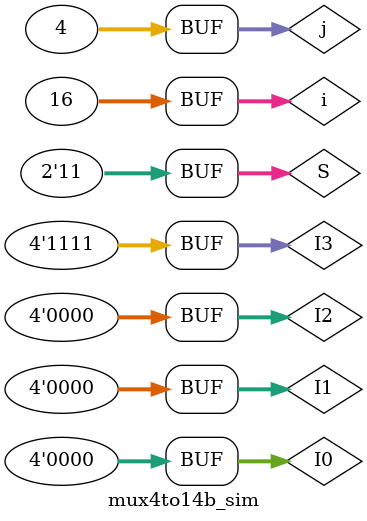
<source format=v>
`timescale 1ns / 1ps

module mux4to14b_sim();
// Inputs
    reg [1:0] S;
    reg [3:0] I0;
    reg [3:0] I1;
    reg [3:0] I2;
    reg [3:0] I3;
// Output
    wire [3:0] O;
    
    Mux4to1b4 test(
        .S(S),
        .I0(I0),
        .I1(I1),
        .I2(I2),
        .I3(I3),
        .O(O)
        );
// Initialize Inputs
    integer i, j;
    initial begin
        S=0;
        I0=0;
        I1=0;
        I2=0;
        I3=0;
    for(j=0;j<=3;j=j+1)begin
        S=j;
        I0=0;
        I1=0;
        I2=0;
        I3=0;
        for(i=0;i<=15;i=i+1)begin
            #50;
            if(j==0) I0 = i;
            else if(j==1) I1 = i;
            else if(j==2) I2 = i;
            else if(j==3) I3 = i;
        end
    end
    end
endmodule

</source>
